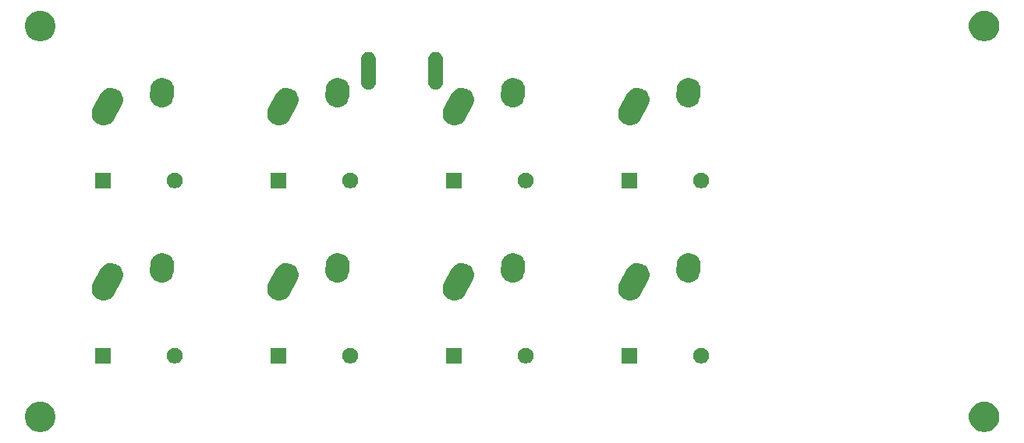
<source format=gts>
G04 #@! TF.GenerationSoftware,KiCad,Pcbnew,(5.1.0-0)*
G04 #@! TF.CreationDate,2019-03-21T11:14:00-04:00*
G04 #@! TF.ProjectId,keeb2x4,6b656562-3278-4342-9e6b-696361645f70,rev?*
G04 #@! TF.SameCoordinates,Original*
G04 #@! TF.FileFunction,Soldermask,Top*
G04 #@! TF.FilePolarity,Negative*
%FSLAX46Y46*%
G04 Gerber Fmt 4.6, Leading zero omitted, Abs format (unit mm)*
G04 Created by KiCad (PCBNEW (5.1.0-0)) date 2019-03-21 11:14:00*
%MOMM*%
%LPD*%
G04 APERTURE LIST*
%ADD10C,0.100000*%
G04 APERTURE END LIST*
D10*
G36*
X127875256Y-88391298D02*
G01*
X127981579Y-88412447D01*
X128282042Y-88536903D01*
X128552451Y-88717585D01*
X128782415Y-88947549D01*
X128963097Y-89217958D01*
X129087553Y-89518421D01*
X129151000Y-89837391D01*
X129151000Y-90162609D01*
X129087553Y-90481579D01*
X128963097Y-90782042D01*
X128782415Y-91052451D01*
X128552451Y-91282415D01*
X128282042Y-91463097D01*
X127981579Y-91587553D01*
X127875256Y-91608702D01*
X127662611Y-91651000D01*
X127337389Y-91651000D01*
X127124744Y-91608702D01*
X127018421Y-91587553D01*
X126717958Y-91463097D01*
X126447549Y-91282415D01*
X126217585Y-91052451D01*
X126036903Y-90782042D01*
X125912447Y-90481579D01*
X125849000Y-90162609D01*
X125849000Y-89837391D01*
X125912447Y-89518421D01*
X126036903Y-89217958D01*
X126217585Y-88947549D01*
X126447549Y-88717585D01*
X126717958Y-88536903D01*
X127018421Y-88412447D01*
X127124744Y-88391298D01*
X127337389Y-88349000D01*
X127662611Y-88349000D01*
X127875256Y-88391298D01*
X127875256Y-88391298D01*
G37*
G36*
X25375256Y-88391298D02*
G01*
X25481579Y-88412447D01*
X25782042Y-88536903D01*
X26052451Y-88717585D01*
X26282415Y-88947549D01*
X26463097Y-89217958D01*
X26587553Y-89518421D01*
X26651000Y-89837391D01*
X26651000Y-90162609D01*
X26587553Y-90481579D01*
X26463097Y-90782042D01*
X26282415Y-91052451D01*
X26052451Y-91282415D01*
X25782042Y-91463097D01*
X25481579Y-91587553D01*
X25375256Y-91608702D01*
X25162611Y-91651000D01*
X24837389Y-91651000D01*
X24624744Y-91608702D01*
X24518421Y-91587553D01*
X24217958Y-91463097D01*
X23947549Y-91282415D01*
X23717585Y-91052451D01*
X23536903Y-90782042D01*
X23412447Y-90481579D01*
X23349000Y-90162609D01*
X23349000Y-89837391D01*
X23412447Y-89518421D01*
X23536903Y-89217958D01*
X23717585Y-88947549D01*
X23947549Y-88717585D01*
X24217958Y-88536903D01*
X24518421Y-88412447D01*
X24624744Y-88391298D01*
X24837389Y-88349000D01*
X25162611Y-88349000D01*
X25375256Y-88391298D01*
X25375256Y-88391298D01*
G37*
G36*
X77966978Y-82525453D02*
G01*
X78121850Y-82589603D01*
X78261231Y-82682735D01*
X78379765Y-82801269D01*
X78472897Y-82940650D01*
X78537047Y-83095522D01*
X78569750Y-83259934D01*
X78569750Y-83427566D01*
X78537047Y-83591978D01*
X78472897Y-83746850D01*
X78379765Y-83886231D01*
X78261231Y-84004765D01*
X78121850Y-84097897D01*
X77966978Y-84162047D01*
X77802566Y-84194750D01*
X77634934Y-84194750D01*
X77470522Y-84162047D01*
X77315650Y-84097897D01*
X77176269Y-84004765D01*
X77057735Y-83886231D01*
X76964603Y-83746850D01*
X76900453Y-83591978D01*
X76867750Y-83427566D01*
X76867750Y-83259934D01*
X76900453Y-83095522D01*
X76964603Y-82940650D01*
X77057735Y-82801269D01*
X77176269Y-82682735D01*
X77315650Y-82589603D01*
X77470522Y-82525453D01*
X77634934Y-82492750D01*
X77802566Y-82492750D01*
X77966978Y-82525453D01*
X77966978Y-82525453D01*
G37*
G36*
X70769750Y-84194750D02*
G01*
X69067750Y-84194750D01*
X69067750Y-82492750D01*
X70769750Y-82492750D01*
X70769750Y-84194750D01*
X70769750Y-84194750D01*
G37*
G36*
X58916978Y-82525453D02*
G01*
X59071850Y-82589603D01*
X59211231Y-82682735D01*
X59329765Y-82801269D01*
X59422897Y-82940650D01*
X59487047Y-83095522D01*
X59519750Y-83259934D01*
X59519750Y-83427566D01*
X59487047Y-83591978D01*
X59422897Y-83746850D01*
X59329765Y-83886231D01*
X59211231Y-84004765D01*
X59071850Y-84097897D01*
X58916978Y-84162047D01*
X58752566Y-84194750D01*
X58584934Y-84194750D01*
X58420522Y-84162047D01*
X58265650Y-84097897D01*
X58126269Y-84004765D01*
X58007735Y-83886231D01*
X57914603Y-83746850D01*
X57850453Y-83591978D01*
X57817750Y-83427566D01*
X57817750Y-83259934D01*
X57850453Y-83095522D01*
X57914603Y-82940650D01*
X58007735Y-82801269D01*
X58126269Y-82682735D01*
X58265650Y-82589603D01*
X58420522Y-82525453D01*
X58584934Y-82492750D01*
X58752566Y-82492750D01*
X58916978Y-82525453D01*
X58916978Y-82525453D01*
G37*
G36*
X51719750Y-84194750D02*
G01*
X50017750Y-84194750D01*
X50017750Y-82492750D01*
X51719750Y-82492750D01*
X51719750Y-84194750D01*
X51719750Y-84194750D01*
G37*
G36*
X39866978Y-82525453D02*
G01*
X40021850Y-82589603D01*
X40161231Y-82682735D01*
X40279765Y-82801269D01*
X40372897Y-82940650D01*
X40437047Y-83095522D01*
X40469750Y-83259934D01*
X40469750Y-83427566D01*
X40437047Y-83591978D01*
X40372897Y-83746850D01*
X40279765Y-83886231D01*
X40161231Y-84004765D01*
X40021850Y-84097897D01*
X39866978Y-84162047D01*
X39702566Y-84194750D01*
X39534934Y-84194750D01*
X39370522Y-84162047D01*
X39215650Y-84097897D01*
X39076269Y-84004765D01*
X38957735Y-83886231D01*
X38864603Y-83746850D01*
X38800453Y-83591978D01*
X38767750Y-83427566D01*
X38767750Y-83259934D01*
X38800453Y-83095522D01*
X38864603Y-82940650D01*
X38957735Y-82801269D01*
X39076269Y-82682735D01*
X39215650Y-82589603D01*
X39370522Y-82525453D01*
X39534934Y-82492750D01*
X39702566Y-82492750D01*
X39866978Y-82525453D01*
X39866978Y-82525453D01*
G37*
G36*
X32669750Y-84194750D02*
G01*
X30967750Y-84194750D01*
X30967750Y-82492750D01*
X32669750Y-82492750D01*
X32669750Y-84194750D01*
X32669750Y-84194750D01*
G37*
G36*
X97016978Y-82525453D02*
G01*
X97171850Y-82589603D01*
X97311231Y-82682735D01*
X97429765Y-82801269D01*
X97522897Y-82940650D01*
X97587047Y-83095522D01*
X97619750Y-83259934D01*
X97619750Y-83427566D01*
X97587047Y-83591978D01*
X97522897Y-83746850D01*
X97429765Y-83886231D01*
X97311231Y-84004765D01*
X97171850Y-84097897D01*
X97016978Y-84162047D01*
X96852566Y-84194750D01*
X96684934Y-84194750D01*
X96520522Y-84162047D01*
X96365650Y-84097897D01*
X96226269Y-84004765D01*
X96107735Y-83886231D01*
X96014603Y-83746850D01*
X95950453Y-83591978D01*
X95917750Y-83427566D01*
X95917750Y-83259934D01*
X95950453Y-83095522D01*
X96014603Y-82940650D01*
X96107735Y-82801269D01*
X96226269Y-82682735D01*
X96365650Y-82589603D01*
X96520522Y-82525453D01*
X96684934Y-82492750D01*
X96852566Y-82492750D01*
X97016978Y-82525453D01*
X97016978Y-82525453D01*
G37*
G36*
X89819750Y-84194750D02*
G01*
X88117750Y-84194750D01*
X88117750Y-82492750D01*
X89819750Y-82492750D01*
X89819750Y-84194750D01*
X89819750Y-84194750D01*
G37*
G36*
X90018325Y-73282536D02*
G01*
X90268836Y-73336583D01*
X90402107Y-73394324D01*
X90503989Y-73438465D01*
X90615438Y-73515564D01*
X90714746Y-73584264D01*
X90714748Y-73584266D01*
X90893012Y-73768380D01*
X91031930Y-73983733D01*
X91126169Y-74222054D01*
X91158769Y-74401003D01*
X91172101Y-74474178D01*
X91167963Y-74730419D01*
X91113916Y-74980930D01*
X91037563Y-75157161D01*
X90164596Y-76728799D01*
X90055329Y-76886747D01*
X90055327Y-76886749D01*
X89871213Y-77065013D01*
X89686703Y-77184035D01*
X89655858Y-77203932D01*
X89633296Y-77212853D01*
X89417539Y-77298170D01*
X89238590Y-77330770D01*
X89165415Y-77344102D01*
X88909175Y-77339964D01*
X88658664Y-77285917D01*
X88525393Y-77228176D01*
X88423511Y-77184035D01*
X88312062Y-77106936D01*
X88212754Y-77038236D01*
X88212752Y-77038234D01*
X88034488Y-76854120D01*
X87895570Y-76638767D01*
X87801331Y-76400446D01*
X87768731Y-76221497D01*
X87755399Y-76148322D01*
X87759537Y-75892082D01*
X87813584Y-75641571D01*
X87889937Y-75465340D01*
X88762904Y-73893701D01*
X88872171Y-73735753D01*
X88872173Y-73735751D01*
X89056287Y-73557487D01*
X89271639Y-73418568D01*
X89509960Y-73324330D01*
X89688909Y-73291730D01*
X89762084Y-73278398D01*
X90018325Y-73282536D01*
X90018325Y-73282536D01*
G37*
G36*
X70968325Y-73282536D02*
G01*
X71218836Y-73336583D01*
X71352107Y-73394324D01*
X71453989Y-73438465D01*
X71565438Y-73515564D01*
X71664746Y-73584264D01*
X71664748Y-73584266D01*
X71843012Y-73768380D01*
X71981930Y-73983733D01*
X72076169Y-74222054D01*
X72108769Y-74401003D01*
X72122101Y-74474178D01*
X72117963Y-74730419D01*
X72063916Y-74980930D01*
X71987563Y-75157161D01*
X71114596Y-76728799D01*
X71005329Y-76886747D01*
X71005327Y-76886749D01*
X70821213Y-77065013D01*
X70636703Y-77184035D01*
X70605858Y-77203932D01*
X70583296Y-77212853D01*
X70367539Y-77298170D01*
X70188590Y-77330770D01*
X70115415Y-77344102D01*
X69859175Y-77339964D01*
X69608664Y-77285917D01*
X69475393Y-77228176D01*
X69373511Y-77184035D01*
X69262062Y-77106936D01*
X69162754Y-77038236D01*
X69162752Y-77038234D01*
X68984488Y-76854120D01*
X68845570Y-76638767D01*
X68751331Y-76400446D01*
X68718731Y-76221497D01*
X68705399Y-76148322D01*
X68709537Y-75892082D01*
X68763584Y-75641571D01*
X68839937Y-75465340D01*
X69712904Y-73893701D01*
X69822171Y-73735753D01*
X69822173Y-73735751D01*
X70006287Y-73557487D01*
X70221639Y-73418568D01*
X70459960Y-73324330D01*
X70638909Y-73291730D01*
X70712084Y-73278398D01*
X70968325Y-73282536D01*
X70968325Y-73282536D01*
G37*
G36*
X51918325Y-73282536D02*
G01*
X52168836Y-73336583D01*
X52302107Y-73394324D01*
X52403989Y-73438465D01*
X52515438Y-73515564D01*
X52614746Y-73584264D01*
X52614748Y-73584266D01*
X52793012Y-73768380D01*
X52931930Y-73983733D01*
X53026169Y-74222054D01*
X53058769Y-74401003D01*
X53072101Y-74474178D01*
X53067963Y-74730419D01*
X53013916Y-74980930D01*
X52937563Y-75157161D01*
X52064596Y-76728799D01*
X51955329Y-76886747D01*
X51955327Y-76886749D01*
X51771213Y-77065013D01*
X51586703Y-77184035D01*
X51555858Y-77203932D01*
X51533296Y-77212853D01*
X51317539Y-77298170D01*
X51138590Y-77330770D01*
X51065415Y-77344102D01*
X50809175Y-77339964D01*
X50558664Y-77285917D01*
X50425393Y-77228176D01*
X50323511Y-77184035D01*
X50212062Y-77106936D01*
X50112754Y-77038236D01*
X50112752Y-77038234D01*
X49934488Y-76854120D01*
X49795570Y-76638767D01*
X49701331Y-76400446D01*
X49668731Y-76221497D01*
X49655399Y-76148322D01*
X49659537Y-75892082D01*
X49713584Y-75641571D01*
X49789937Y-75465340D01*
X50662904Y-73893701D01*
X50772171Y-73735753D01*
X50772173Y-73735751D01*
X50956287Y-73557487D01*
X51171639Y-73418568D01*
X51409960Y-73324330D01*
X51588909Y-73291730D01*
X51662084Y-73278398D01*
X51918325Y-73282536D01*
X51918325Y-73282536D01*
G37*
G36*
X32868325Y-73282536D02*
G01*
X33118836Y-73336583D01*
X33252107Y-73394324D01*
X33353989Y-73438465D01*
X33465438Y-73515564D01*
X33564746Y-73584264D01*
X33564748Y-73584266D01*
X33743012Y-73768380D01*
X33881930Y-73983733D01*
X33976169Y-74222054D01*
X34008769Y-74401003D01*
X34022101Y-74474178D01*
X34017963Y-74730419D01*
X33963916Y-74980930D01*
X33887563Y-75157161D01*
X33014596Y-76728799D01*
X32905329Y-76886747D01*
X32905327Y-76886749D01*
X32721213Y-77065013D01*
X32536703Y-77184035D01*
X32505858Y-77203932D01*
X32483296Y-77212853D01*
X32267539Y-77298170D01*
X32088590Y-77330770D01*
X32015415Y-77344102D01*
X31759175Y-77339964D01*
X31508664Y-77285917D01*
X31375393Y-77228176D01*
X31273511Y-77184035D01*
X31162062Y-77106936D01*
X31062754Y-77038236D01*
X31062752Y-77038234D01*
X30884488Y-76854120D01*
X30745570Y-76638767D01*
X30651331Y-76400446D01*
X30618731Y-76221497D01*
X30605399Y-76148322D01*
X30609537Y-75892082D01*
X30663584Y-75641571D01*
X30739937Y-75465340D01*
X31612904Y-73893701D01*
X31722171Y-73735753D01*
X31722173Y-73735751D01*
X31906287Y-73557487D01*
X32121639Y-73418568D01*
X32359960Y-73324330D01*
X32538909Y-73291730D01*
X32612084Y-73278398D01*
X32868325Y-73282536D01*
X32868325Y-73282536D01*
G37*
G36*
X95750129Y-72240063D02*
G01*
X95989741Y-72330963D01*
X96207015Y-72466863D01*
X96393602Y-72642538D01*
X96504959Y-72798800D01*
X96542330Y-72851240D01*
X96647485Y-73084947D01*
X96647486Y-73084951D01*
X96705026Y-73334678D01*
X96710808Y-73526644D01*
X96696552Y-73735751D01*
X96662666Y-74232821D01*
X96630885Y-74422233D01*
X96539985Y-74661845D01*
X96496567Y-74731260D01*
X96404085Y-74879119D01*
X96228410Y-75065706D01*
X96072148Y-75177063D01*
X96019708Y-75214434D01*
X95786001Y-75319589D01*
X95785997Y-75319590D01*
X95536271Y-75377130D01*
X95280116Y-75384844D01*
X95280112Y-75384844D01*
X95027371Y-75342437D01*
X94787759Y-75251537D01*
X94570485Y-75115637D01*
X94517453Y-75065706D01*
X94383898Y-74939962D01*
X94272541Y-74783700D01*
X94235170Y-74731260D01*
X94130015Y-74497553D01*
X94072474Y-74247821D01*
X94071698Y-74222054D01*
X94066692Y-74055858D01*
X94114834Y-73349678D01*
X94126794Y-73278398D01*
X94146615Y-73160267D01*
X94237515Y-72920655D01*
X94373415Y-72703381D01*
X94430700Y-72642538D01*
X94549090Y-72516794D01*
X94705352Y-72405437D01*
X94757792Y-72368066D01*
X94991499Y-72262911D01*
X94991503Y-72262910D01*
X95241229Y-72205370D01*
X95497384Y-72197656D01*
X95497388Y-72197656D01*
X95750129Y-72240063D01*
X95750129Y-72240063D01*
G37*
G36*
X38600129Y-72240063D02*
G01*
X38839741Y-72330963D01*
X39057015Y-72466863D01*
X39243602Y-72642538D01*
X39354959Y-72798800D01*
X39392330Y-72851240D01*
X39497485Y-73084947D01*
X39497486Y-73084951D01*
X39555026Y-73334678D01*
X39560808Y-73526644D01*
X39546552Y-73735751D01*
X39512666Y-74232821D01*
X39480885Y-74422233D01*
X39389985Y-74661845D01*
X39346567Y-74731260D01*
X39254085Y-74879119D01*
X39078410Y-75065706D01*
X38922148Y-75177063D01*
X38869708Y-75214434D01*
X38636001Y-75319589D01*
X38635997Y-75319590D01*
X38386271Y-75377130D01*
X38130116Y-75384844D01*
X38130112Y-75384844D01*
X37877371Y-75342437D01*
X37637759Y-75251537D01*
X37420485Y-75115637D01*
X37367453Y-75065706D01*
X37233898Y-74939962D01*
X37122541Y-74783700D01*
X37085170Y-74731260D01*
X36980015Y-74497553D01*
X36922474Y-74247821D01*
X36921698Y-74222054D01*
X36916692Y-74055858D01*
X36964834Y-73349678D01*
X36976794Y-73278398D01*
X36996615Y-73160267D01*
X37087515Y-72920655D01*
X37223415Y-72703381D01*
X37280700Y-72642538D01*
X37399090Y-72516794D01*
X37555352Y-72405437D01*
X37607792Y-72368066D01*
X37841499Y-72262911D01*
X37841503Y-72262910D01*
X38091229Y-72205370D01*
X38347384Y-72197656D01*
X38347388Y-72197656D01*
X38600129Y-72240063D01*
X38600129Y-72240063D01*
G37*
G36*
X57650129Y-72240063D02*
G01*
X57889741Y-72330963D01*
X58107015Y-72466863D01*
X58293602Y-72642538D01*
X58404959Y-72798800D01*
X58442330Y-72851240D01*
X58547485Y-73084947D01*
X58547486Y-73084951D01*
X58605026Y-73334678D01*
X58610808Y-73526644D01*
X58596552Y-73735751D01*
X58562666Y-74232821D01*
X58530885Y-74422233D01*
X58439985Y-74661845D01*
X58396567Y-74731260D01*
X58304085Y-74879119D01*
X58128410Y-75065706D01*
X57972148Y-75177063D01*
X57919708Y-75214434D01*
X57686001Y-75319589D01*
X57685997Y-75319590D01*
X57436271Y-75377130D01*
X57180116Y-75384844D01*
X57180112Y-75384844D01*
X56927371Y-75342437D01*
X56687759Y-75251537D01*
X56470485Y-75115637D01*
X56417453Y-75065706D01*
X56283898Y-74939962D01*
X56172541Y-74783700D01*
X56135170Y-74731260D01*
X56030015Y-74497553D01*
X55972474Y-74247821D01*
X55971698Y-74222054D01*
X55966692Y-74055858D01*
X56014834Y-73349678D01*
X56026794Y-73278398D01*
X56046615Y-73160267D01*
X56137515Y-72920655D01*
X56273415Y-72703381D01*
X56330700Y-72642538D01*
X56449090Y-72516794D01*
X56605352Y-72405437D01*
X56657792Y-72368066D01*
X56891499Y-72262911D01*
X56891503Y-72262910D01*
X57141229Y-72205370D01*
X57397384Y-72197656D01*
X57397388Y-72197656D01*
X57650129Y-72240063D01*
X57650129Y-72240063D01*
G37*
G36*
X76700129Y-72240063D02*
G01*
X76939741Y-72330963D01*
X77157015Y-72466863D01*
X77343602Y-72642538D01*
X77454959Y-72798800D01*
X77492330Y-72851240D01*
X77597485Y-73084947D01*
X77597486Y-73084951D01*
X77655026Y-73334678D01*
X77660808Y-73526644D01*
X77646552Y-73735751D01*
X77612666Y-74232821D01*
X77580885Y-74422233D01*
X77489985Y-74661845D01*
X77446567Y-74731260D01*
X77354085Y-74879119D01*
X77178410Y-75065706D01*
X77022148Y-75177063D01*
X76969708Y-75214434D01*
X76736001Y-75319589D01*
X76735997Y-75319590D01*
X76486271Y-75377130D01*
X76230116Y-75384844D01*
X76230112Y-75384844D01*
X75977371Y-75342437D01*
X75737759Y-75251537D01*
X75520485Y-75115637D01*
X75467453Y-75065706D01*
X75333898Y-74939962D01*
X75222541Y-74783700D01*
X75185170Y-74731260D01*
X75080015Y-74497553D01*
X75022474Y-74247821D01*
X75021698Y-74222054D01*
X75016692Y-74055858D01*
X75064834Y-73349678D01*
X75076794Y-73278398D01*
X75096615Y-73160267D01*
X75187515Y-72920655D01*
X75323415Y-72703381D01*
X75380700Y-72642538D01*
X75499090Y-72516794D01*
X75655352Y-72405437D01*
X75707792Y-72368066D01*
X75941499Y-72262911D01*
X75941503Y-72262910D01*
X76191229Y-72205370D01*
X76447384Y-72197656D01*
X76447388Y-72197656D01*
X76700129Y-72240063D01*
X76700129Y-72240063D01*
G37*
G36*
X70769750Y-65144750D02*
G01*
X69067750Y-65144750D01*
X69067750Y-63442750D01*
X70769750Y-63442750D01*
X70769750Y-65144750D01*
X70769750Y-65144750D01*
G37*
G36*
X97016978Y-63475453D02*
G01*
X97171850Y-63539603D01*
X97311231Y-63632735D01*
X97429765Y-63751269D01*
X97522897Y-63890650D01*
X97587047Y-64045522D01*
X97619750Y-64209934D01*
X97619750Y-64377566D01*
X97587047Y-64541978D01*
X97522897Y-64696850D01*
X97429765Y-64836231D01*
X97311231Y-64954765D01*
X97171850Y-65047897D01*
X97016978Y-65112047D01*
X96852566Y-65144750D01*
X96684934Y-65144750D01*
X96520522Y-65112047D01*
X96365650Y-65047897D01*
X96226269Y-64954765D01*
X96107735Y-64836231D01*
X96014603Y-64696850D01*
X95950453Y-64541978D01*
X95917750Y-64377566D01*
X95917750Y-64209934D01*
X95950453Y-64045522D01*
X96014603Y-63890650D01*
X96107735Y-63751269D01*
X96226269Y-63632735D01*
X96365650Y-63539603D01*
X96520522Y-63475453D01*
X96684934Y-63442750D01*
X96852566Y-63442750D01*
X97016978Y-63475453D01*
X97016978Y-63475453D01*
G37*
G36*
X39866978Y-63475453D02*
G01*
X40021850Y-63539603D01*
X40161231Y-63632735D01*
X40279765Y-63751269D01*
X40372897Y-63890650D01*
X40437047Y-64045522D01*
X40469750Y-64209934D01*
X40469750Y-64377566D01*
X40437047Y-64541978D01*
X40372897Y-64696850D01*
X40279765Y-64836231D01*
X40161231Y-64954765D01*
X40021850Y-65047897D01*
X39866978Y-65112047D01*
X39702566Y-65144750D01*
X39534934Y-65144750D01*
X39370522Y-65112047D01*
X39215650Y-65047897D01*
X39076269Y-64954765D01*
X38957735Y-64836231D01*
X38864603Y-64696850D01*
X38800453Y-64541978D01*
X38767750Y-64377566D01*
X38767750Y-64209934D01*
X38800453Y-64045522D01*
X38864603Y-63890650D01*
X38957735Y-63751269D01*
X39076269Y-63632735D01*
X39215650Y-63539603D01*
X39370522Y-63475453D01*
X39534934Y-63442750D01*
X39702566Y-63442750D01*
X39866978Y-63475453D01*
X39866978Y-63475453D01*
G37*
G36*
X32669750Y-65144750D02*
G01*
X30967750Y-65144750D01*
X30967750Y-63442750D01*
X32669750Y-63442750D01*
X32669750Y-65144750D01*
X32669750Y-65144750D01*
G37*
G36*
X58916978Y-63475453D02*
G01*
X59071850Y-63539603D01*
X59211231Y-63632735D01*
X59329765Y-63751269D01*
X59422897Y-63890650D01*
X59487047Y-64045522D01*
X59519750Y-64209934D01*
X59519750Y-64377566D01*
X59487047Y-64541978D01*
X59422897Y-64696850D01*
X59329765Y-64836231D01*
X59211231Y-64954765D01*
X59071850Y-65047897D01*
X58916978Y-65112047D01*
X58752566Y-65144750D01*
X58584934Y-65144750D01*
X58420522Y-65112047D01*
X58265650Y-65047897D01*
X58126269Y-64954765D01*
X58007735Y-64836231D01*
X57914603Y-64696850D01*
X57850453Y-64541978D01*
X57817750Y-64377566D01*
X57817750Y-64209934D01*
X57850453Y-64045522D01*
X57914603Y-63890650D01*
X58007735Y-63751269D01*
X58126269Y-63632735D01*
X58265650Y-63539603D01*
X58420522Y-63475453D01*
X58584934Y-63442750D01*
X58752566Y-63442750D01*
X58916978Y-63475453D01*
X58916978Y-63475453D01*
G37*
G36*
X51719750Y-65144750D02*
G01*
X50017750Y-65144750D01*
X50017750Y-63442750D01*
X51719750Y-63442750D01*
X51719750Y-65144750D01*
X51719750Y-65144750D01*
G37*
G36*
X77966978Y-63475453D02*
G01*
X78121850Y-63539603D01*
X78261231Y-63632735D01*
X78379765Y-63751269D01*
X78472897Y-63890650D01*
X78537047Y-64045522D01*
X78569750Y-64209934D01*
X78569750Y-64377566D01*
X78537047Y-64541978D01*
X78472897Y-64696850D01*
X78379765Y-64836231D01*
X78261231Y-64954765D01*
X78121850Y-65047897D01*
X77966978Y-65112047D01*
X77802566Y-65144750D01*
X77634934Y-65144750D01*
X77470522Y-65112047D01*
X77315650Y-65047897D01*
X77176269Y-64954765D01*
X77057735Y-64836231D01*
X76964603Y-64696850D01*
X76900453Y-64541978D01*
X76867750Y-64377566D01*
X76867750Y-64209934D01*
X76900453Y-64045522D01*
X76964603Y-63890650D01*
X77057735Y-63751269D01*
X77176269Y-63632735D01*
X77315650Y-63539603D01*
X77470522Y-63475453D01*
X77634934Y-63442750D01*
X77802566Y-63442750D01*
X77966978Y-63475453D01*
X77966978Y-63475453D01*
G37*
G36*
X89819750Y-65144750D02*
G01*
X88117750Y-65144750D01*
X88117750Y-63442750D01*
X89819750Y-63442750D01*
X89819750Y-65144750D01*
X89819750Y-65144750D01*
G37*
G36*
X90018325Y-54232536D02*
G01*
X90268836Y-54286583D01*
X90402107Y-54344324D01*
X90503989Y-54388465D01*
X90615438Y-54465564D01*
X90714746Y-54534264D01*
X90714748Y-54534266D01*
X90893012Y-54718380D01*
X91031930Y-54933733D01*
X91126169Y-55172054D01*
X91158769Y-55351003D01*
X91172101Y-55424178D01*
X91167963Y-55680419D01*
X91113916Y-55930930D01*
X91037563Y-56107161D01*
X90164596Y-57678799D01*
X90055329Y-57836747D01*
X90055327Y-57836749D01*
X89871213Y-58015013D01*
X89686703Y-58134035D01*
X89655858Y-58153932D01*
X89633296Y-58162853D01*
X89417539Y-58248170D01*
X89238590Y-58280770D01*
X89165415Y-58294102D01*
X88909175Y-58289964D01*
X88658664Y-58235917D01*
X88525393Y-58178176D01*
X88423511Y-58134035D01*
X88312062Y-58056936D01*
X88212754Y-57988236D01*
X88212752Y-57988234D01*
X88034488Y-57804120D01*
X87895570Y-57588767D01*
X87801331Y-57350446D01*
X87768731Y-57171497D01*
X87755399Y-57098322D01*
X87759537Y-56842082D01*
X87813584Y-56591571D01*
X87889937Y-56415340D01*
X88762904Y-54843701D01*
X88872171Y-54685753D01*
X88872173Y-54685751D01*
X89056287Y-54507487D01*
X89271639Y-54368568D01*
X89509960Y-54274330D01*
X89688909Y-54241730D01*
X89762084Y-54228398D01*
X90018325Y-54232536D01*
X90018325Y-54232536D01*
G37*
G36*
X70968325Y-54232536D02*
G01*
X71218836Y-54286583D01*
X71352107Y-54344324D01*
X71453989Y-54388465D01*
X71565438Y-54465564D01*
X71664746Y-54534264D01*
X71664748Y-54534266D01*
X71843012Y-54718380D01*
X71981930Y-54933733D01*
X72076169Y-55172054D01*
X72108769Y-55351003D01*
X72122101Y-55424178D01*
X72117963Y-55680419D01*
X72063916Y-55930930D01*
X71987563Y-56107161D01*
X71114596Y-57678799D01*
X71005329Y-57836747D01*
X71005327Y-57836749D01*
X70821213Y-58015013D01*
X70636703Y-58134035D01*
X70605858Y-58153932D01*
X70583296Y-58162853D01*
X70367539Y-58248170D01*
X70188590Y-58280770D01*
X70115415Y-58294102D01*
X69859175Y-58289964D01*
X69608664Y-58235917D01*
X69475393Y-58178176D01*
X69373511Y-58134035D01*
X69262062Y-58056936D01*
X69162754Y-57988236D01*
X69162752Y-57988234D01*
X68984488Y-57804120D01*
X68845570Y-57588767D01*
X68751331Y-57350446D01*
X68718731Y-57171497D01*
X68705399Y-57098322D01*
X68709537Y-56842082D01*
X68763584Y-56591571D01*
X68839937Y-56415340D01*
X69712904Y-54843701D01*
X69822171Y-54685753D01*
X69822173Y-54685751D01*
X70006287Y-54507487D01*
X70221639Y-54368568D01*
X70459960Y-54274330D01*
X70638909Y-54241730D01*
X70712084Y-54228398D01*
X70968325Y-54232536D01*
X70968325Y-54232536D01*
G37*
G36*
X51918325Y-54232536D02*
G01*
X52168836Y-54286583D01*
X52302107Y-54344324D01*
X52403989Y-54388465D01*
X52515438Y-54465564D01*
X52614746Y-54534264D01*
X52614748Y-54534266D01*
X52793012Y-54718380D01*
X52931930Y-54933733D01*
X53026169Y-55172054D01*
X53058769Y-55351003D01*
X53072101Y-55424178D01*
X53067963Y-55680419D01*
X53013916Y-55930930D01*
X52937563Y-56107161D01*
X52064596Y-57678799D01*
X51955329Y-57836747D01*
X51955327Y-57836749D01*
X51771213Y-58015013D01*
X51586703Y-58134035D01*
X51555858Y-58153932D01*
X51533296Y-58162853D01*
X51317539Y-58248170D01*
X51138590Y-58280770D01*
X51065415Y-58294102D01*
X50809175Y-58289964D01*
X50558664Y-58235917D01*
X50425393Y-58178176D01*
X50323511Y-58134035D01*
X50212062Y-58056936D01*
X50112754Y-57988236D01*
X50112752Y-57988234D01*
X49934488Y-57804120D01*
X49795570Y-57588767D01*
X49701331Y-57350446D01*
X49668731Y-57171497D01*
X49655399Y-57098322D01*
X49659537Y-56842082D01*
X49713584Y-56591571D01*
X49789937Y-56415340D01*
X50662904Y-54843701D01*
X50772171Y-54685753D01*
X50772173Y-54685751D01*
X50956287Y-54507487D01*
X51171639Y-54368568D01*
X51409960Y-54274330D01*
X51588909Y-54241730D01*
X51662084Y-54228398D01*
X51918325Y-54232536D01*
X51918325Y-54232536D01*
G37*
G36*
X32868325Y-54232536D02*
G01*
X33118836Y-54286583D01*
X33252107Y-54344324D01*
X33353989Y-54388465D01*
X33465438Y-54465564D01*
X33564746Y-54534264D01*
X33564748Y-54534266D01*
X33743012Y-54718380D01*
X33881930Y-54933733D01*
X33976169Y-55172054D01*
X34008769Y-55351003D01*
X34022101Y-55424178D01*
X34017963Y-55680419D01*
X33963916Y-55930930D01*
X33887563Y-56107161D01*
X33014596Y-57678799D01*
X32905329Y-57836747D01*
X32905327Y-57836749D01*
X32721213Y-58015013D01*
X32536703Y-58134035D01*
X32505858Y-58153932D01*
X32483296Y-58162853D01*
X32267539Y-58248170D01*
X32088590Y-58280770D01*
X32015415Y-58294102D01*
X31759175Y-58289964D01*
X31508664Y-58235917D01*
X31375393Y-58178176D01*
X31273511Y-58134035D01*
X31162062Y-58056936D01*
X31062754Y-57988236D01*
X31062752Y-57988234D01*
X30884488Y-57804120D01*
X30745570Y-57588767D01*
X30651331Y-57350446D01*
X30618731Y-57171497D01*
X30605399Y-57098322D01*
X30609537Y-56842082D01*
X30663584Y-56591571D01*
X30739937Y-56415340D01*
X31612904Y-54843701D01*
X31722171Y-54685753D01*
X31722173Y-54685751D01*
X31906287Y-54507487D01*
X32121639Y-54368568D01*
X32359960Y-54274330D01*
X32538909Y-54241730D01*
X32612084Y-54228398D01*
X32868325Y-54232536D01*
X32868325Y-54232536D01*
G37*
G36*
X38600129Y-53190063D02*
G01*
X38839741Y-53280963D01*
X39057015Y-53416863D01*
X39243602Y-53592538D01*
X39354959Y-53748800D01*
X39392330Y-53801240D01*
X39497485Y-54034947D01*
X39497486Y-54034951D01*
X39555026Y-54284678D01*
X39560808Y-54476644D01*
X39546552Y-54685751D01*
X39512666Y-55182821D01*
X39480885Y-55372233D01*
X39389985Y-55611845D01*
X39346567Y-55681260D01*
X39254085Y-55829119D01*
X39078410Y-56015706D01*
X38922148Y-56127063D01*
X38869708Y-56164434D01*
X38636001Y-56269589D01*
X38635997Y-56269590D01*
X38386271Y-56327130D01*
X38130116Y-56334844D01*
X38130112Y-56334844D01*
X37877371Y-56292437D01*
X37637759Y-56201537D01*
X37420485Y-56065637D01*
X37367453Y-56015706D01*
X37233898Y-55889962D01*
X37122541Y-55733700D01*
X37085170Y-55681260D01*
X36980015Y-55447553D01*
X36922474Y-55197821D01*
X36921698Y-55172054D01*
X36916692Y-55005858D01*
X36964834Y-54299678D01*
X36976794Y-54228398D01*
X36996615Y-54110267D01*
X37087515Y-53870655D01*
X37223415Y-53653381D01*
X37280700Y-53592538D01*
X37399090Y-53466794D01*
X37555352Y-53355437D01*
X37607792Y-53318066D01*
X37841499Y-53212911D01*
X37841503Y-53212910D01*
X38091229Y-53155370D01*
X38347384Y-53147656D01*
X38347388Y-53147656D01*
X38600129Y-53190063D01*
X38600129Y-53190063D01*
G37*
G36*
X57650129Y-53190063D02*
G01*
X57889741Y-53280963D01*
X58107015Y-53416863D01*
X58293602Y-53592538D01*
X58404959Y-53748800D01*
X58442330Y-53801240D01*
X58547485Y-54034947D01*
X58547486Y-54034951D01*
X58605026Y-54284678D01*
X58610808Y-54476644D01*
X58596552Y-54685751D01*
X58562666Y-55182821D01*
X58530885Y-55372233D01*
X58439985Y-55611845D01*
X58396567Y-55681260D01*
X58304085Y-55829119D01*
X58128410Y-56015706D01*
X57972148Y-56127063D01*
X57919708Y-56164434D01*
X57686001Y-56269589D01*
X57685997Y-56269590D01*
X57436271Y-56327130D01*
X57180116Y-56334844D01*
X57180112Y-56334844D01*
X56927371Y-56292437D01*
X56687759Y-56201537D01*
X56470485Y-56065637D01*
X56417453Y-56015706D01*
X56283898Y-55889962D01*
X56172541Y-55733700D01*
X56135170Y-55681260D01*
X56030015Y-55447553D01*
X55972474Y-55197821D01*
X55971698Y-55172054D01*
X55966692Y-55005858D01*
X56014834Y-54299678D01*
X56026794Y-54228398D01*
X56046615Y-54110267D01*
X56137515Y-53870655D01*
X56273415Y-53653381D01*
X56330700Y-53592538D01*
X56449090Y-53466794D01*
X56605352Y-53355437D01*
X56657792Y-53318066D01*
X56891499Y-53212911D01*
X56891503Y-53212910D01*
X57141229Y-53155370D01*
X57397384Y-53147656D01*
X57397388Y-53147656D01*
X57650129Y-53190063D01*
X57650129Y-53190063D01*
G37*
G36*
X76700129Y-53190063D02*
G01*
X76939741Y-53280963D01*
X77157015Y-53416863D01*
X77343602Y-53592538D01*
X77454959Y-53748800D01*
X77492330Y-53801240D01*
X77597485Y-54034947D01*
X77597486Y-54034951D01*
X77655026Y-54284678D01*
X77660808Y-54476644D01*
X77646552Y-54685751D01*
X77612666Y-55182821D01*
X77580885Y-55372233D01*
X77489985Y-55611845D01*
X77446567Y-55681260D01*
X77354085Y-55829119D01*
X77178410Y-56015706D01*
X77022148Y-56127063D01*
X76969708Y-56164434D01*
X76736001Y-56269589D01*
X76735997Y-56269590D01*
X76486271Y-56327130D01*
X76230116Y-56334844D01*
X76230112Y-56334844D01*
X75977371Y-56292437D01*
X75737759Y-56201537D01*
X75520485Y-56065637D01*
X75467453Y-56015706D01*
X75333898Y-55889962D01*
X75222541Y-55733700D01*
X75185170Y-55681260D01*
X75080015Y-55447553D01*
X75022474Y-55197821D01*
X75021698Y-55172054D01*
X75016692Y-55005858D01*
X75064834Y-54299678D01*
X75076794Y-54228398D01*
X75096615Y-54110267D01*
X75187515Y-53870655D01*
X75323415Y-53653381D01*
X75380700Y-53592538D01*
X75499090Y-53466794D01*
X75655352Y-53355437D01*
X75707792Y-53318066D01*
X75941499Y-53212911D01*
X75941503Y-53212910D01*
X76191229Y-53155370D01*
X76447384Y-53147656D01*
X76447388Y-53147656D01*
X76700129Y-53190063D01*
X76700129Y-53190063D01*
G37*
G36*
X95750129Y-53190063D02*
G01*
X95989741Y-53280963D01*
X96207015Y-53416863D01*
X96393602Y-53592538D01*
X96504959Y-53748800D01*
X96542330Y-53801240D01*
X96647485Y-54034947D01*
X96647486Y-54034951D01*
X96705026Y-54284678D01*
X96710808Y-54476644D01*
X96696552Y-54685751D01*
X96662666Y-55182821D01*
X96630885Y-55372233D01*
X96539985Y-55611845D01*
X96496567Y-55681260D01*
X96404085Y-55829119D01*
X96228410Y-56015706D01*
X96072148Y-56127063D01*
X96019708Y-56164434D01*
X95786001Y-56269589D01*
X95785997Y-56269590D01*
X95536271Y-56327130D01*
X95280116Y-56334844D01*
X95280112Y-56334844D01*
X95027371Y-56292437D01*
X94787759Y-56201537D01*
X94570485Y-56065637D01*
X94517453Y-56015706D01*
X94383898Y-55889962D01*
X94272541Y-55733700D01*
X94235170Y-55681260D01*
X94130015Y-55447553D01*
X94072474Y-55197821D01*
X94071698Y-55172054D01*
X94066692Y-55005858D01*
X94114834Y-54299678D01*
X94126794Y-54228398D01*
X94146615Y-54110267D01*
X94237515Y-53870655D01*
X94373415Y-53653381D01*
X94430700Y-53592538D01*
X94549090Y-53466794D01*
X94705352Y-53355437D01*
X94757792Y-53318066D01*
X94991499Y-53212911D01*
X94991503Y-53212910D01*
X95241229Y-53155370D01*
X95497384Y-53147656D01*
X95497388Y-53147656D01*
X95750129Y-53190063D01*
X95750129Y-53190063D01*
G37*
G36*
X60800772Y-50329340D02*
G01*
X60901431Y-50359875D01*
X60951762Y-50375142D01*
X61090914Y-50449521D01*
X61212883Y-50549617D01*
X61312979Y-50671585D01*
X61387358Y-50810737D01*
X61402625Y-50861068D01*
X61433160Y-50961727D01*
X61444750Y-51079405D01*
X61444750Y-53658095D01*
X61433160Y-53775773D01*
X61404378Y-53870654D01*
X61387358Y-53926763D01*
X61312979Y-54065915D01*
X61212883Y-54187883D01*
X61090915Y-54287979D01*
X60951763Y-54362358D01*
X60901432Y-54377625D01*
X60800773Y-54408160D01*
X60643750Y-54423625D01*
X60486728Y-54408160D01*
X60386069Y-54377625D01*
X60335738Y-54362358D01*
X60196586Y-54287979D01*
X60074618Y-54187883D01*
X59974522Y-54065915D01*
X59900143Y-53926763D01*
X59883123Y-53870654D01*
X59854341Y-53775773D01*
X59842751Y-53658095D01*
X59842750Y-51079406D01*
X59854340Y-50961728D01*
X59900142Y-50810739D01*
X59900142Y-50810738D01*
X59974521Y-50671586D01*
X59974522Y-50671585D01*
X60074617Y-50549617D01*
X60196585Y-50449521D01*
X60335737Y-50375142D01*
X60386068Y-50359875D01*
X60486727Y-50329340D01*
X60643750Y-50313875D01*
X60800772Y-50329340D01*
X60800772Y-50329340D01*
G37*
G36*
X68100772Y-50329340D02*
G01*
X68201431Y-50359875D01*
X68251762Y-50375142D01*
X68390914Y-50449521D01*
X68512883Y-50549617D01*
X68612979Y-50671585D01*
X68687358Y-50810737D01*
X68702625Y-50861068D01*
X68733160Y-50961727D01*
X68744750Y-51079405D01*
X68744750Y-53658095D01*
X68733160Y-53775773D01*
X68704378Y-53870654D01*
X68687358Y-53926763D01*
X68612979Y-54065915D01*
X68512883Y-54187883D01*
X68390915Y-54287979D01*
X68251763Y-54362358D01*
X68201432Y-54377625D01*
X68100773Y-54408160D01*
X67943750Y-54423625D01*
X67786728Y-54408160D01*
X67686069Y-54377625D01*
X67635738Y-54362358D01*
X67496586Y-54287979D01*
X67374618Y-54187883D01*
X67274522Y-54065915D01*
X67200143Y-53926763D01*
X67183123Y-53870654D01*
X67154341Y-53775773D01*
X67142751Y-53658095D01*
X67142750Y-51079406D01*
X67154340Y-50961728D01*
X67200142Y-50810739D01*
X67200142Y-50810738D01*
X67274521Y-50671586D01*
X67274522Y-50671585D01*
X67374617Y-50549617D01*
X67496585Y-50449521D01*
X67635737Y-50375142D01*
X67686068Y-50359875D01*
X67786727Y-50329340D01*
X67943750Y-50313875D01*
X68100772Y-50329340D01*
X68100772Y-50329340D01*
G37*
G36*
X25375256Y-45891298D02*
G01*
X25481579Y-45912447D01*
X25782042Y-46036903D01*
X26052451Y-46217585D01*
X26282415Y-46447549D01*
X26463097Y-46717958D01*
X26587553Y-47018421D01*
X26651000Y-47337391D01*
X26651000Y-47662609D01*
X26587553Y-47981579D01*
X26463097Y-48282042D01*
X26282415Y-48552451D01*
X26052451Y-48782415D01*
X25782042Y-48963097D01*
X25481579Y-49087553D01*
X25375256Y-49108702D01*
X25162611Y-49151000D01*
X24837389Y-49151000D01*
X24624744Y-49108702D01*
X24518421Y-49087553D01*
X24217958Y-48963097D01*
X23947549Y-48782415D01*
X23717585Y-48552451D01*
X23536903Y-48282042D01*
X23412447Y-47981579D01*
X23349000Y-47662609D01*
X23349000Y-47337391D01*
X23412447Y-47018421D01*
X23536903Y-46717958D01*
X23717585Y-46447549D01*
X23947549Y-46217585D01*
X24217958Y-46036903D01*
X24518421Y-45912447D01*
X24624744Y-45891298D01*
X24837389Y-45849000D01*
X25162611Y-45849000D01*
X25375256Y-45891298D01*
X25375256Y-45891298D01*
G37*
G36*
X127875256Y-45891298D02*
G01*
X127981579Y-45912447D01*
X128282042Y-46036903D01*
X128552451Y-46217585D01*
X128782415Y-46447549D01*
X128963097Y-46717958D01*
X129087553Y-47018421D01*
X129151000Y-47337391D01*
X129151000Y-47662609D01*
X129087553Y-47981579D01*
X128963097Y-48282042D01*
X128782415Y-48552451D01*
X128552451Y-48782415D01*
X128282042Y-48963097D01*
X127981579Y-49087553D01*
X127875256Y-49108702D01*
X127662611Y-49151000D01*
X127337389Y-49151000D01*
X127124744Y-49108702D01*
X127018421Y-49087553D01*
X126717958Y-48963097D01*
X126447549Y-48782415D01*
X126217585Y-48552451D01*
X126036903Y-48282042D01*
X125912447Y-47981579D01*
X125849000Y-47662609D01*
X125849000Y-47337391D01*
X125912447Y-47018421D01*
X126036903Y-46717958D01*
X126217585Y-46447549D01*
X126447549Y-46217585D01*
X126717958Y-46036903D01*
X127018421Y-45912447D01*
X127124744Y-45891298D01*
X127337389Y-45849000D01*
X127662611Y-45849000D01*
X127875256Y-45891298D01*
X127875256Y-45891298D01*
G37*
M02*

</source>
